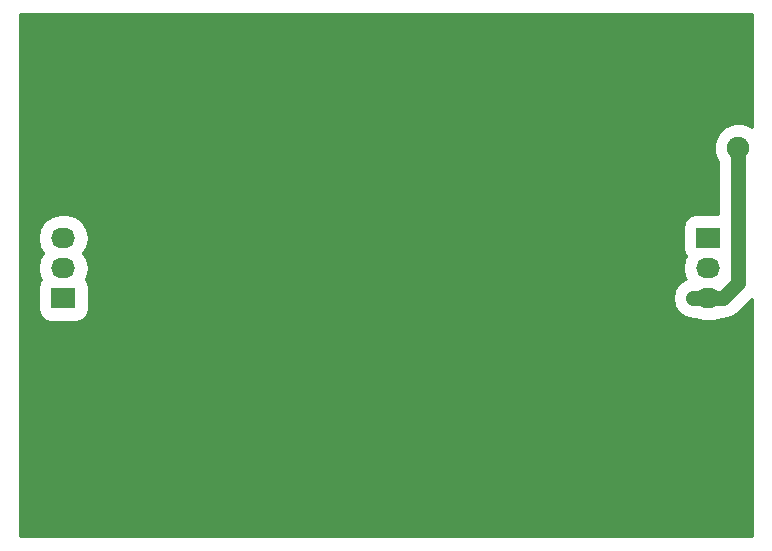
<source format=gbr>
G04 #@! TF.FileFunction,Copper,L2,Bot,Signal*
%FSLAX46Y46*%
G04 Gerber Fmt 4.6, Leading zero omitted, Abs format (unit mm)*
G04 Created by KiCad (PCBNEW 4.0.1-stable) date Tuesday, February 02, 2016 'pmt' 10:50:14 pm*
%MOMM*%
G01*
G04 APERTURE LIST*
%ADD10C,0.100000*%
%ADD11R,2.032000X1.727200*%
%ADD12O,2.032000X1.727200*%
%ADD13C,3.000000*%
%ADD14C,5.000000*%
%ADD15C,1.905000*%
%ADD16C,1.270000*%
%ADD17C,0.254000*%
G04 APERTURE END LIST*
D10*
D11*
X134620000Y-101600000D03*
D12*
X134620000Y-99060000D03*
X134620000Y-96520000D03*
D11*
X189230000Y-96520000D03*
D12*
X189230000Y-99060000D03*
X189230000Y-101600000D03*
D13*
X156210000Y-109220000D03*
X156210000Y-116840000D03*
X167640000Y-116840000D03*
X167640000Y-109220000D03*
X179070000Y-109220000D03*
X179070000Y-116840000D03*
X179070000Y-82550000D03*
X179070000Y-90170000D03*
X167640000Y-90170000D03*
X167640000Y-82550000D03*
X156210000Y-82550000D03*
X156210000Y-90170000D03*
D14*
X133350000Y-119380000D03*
X190500000Y-119380000D03*
X133350000Y-80010000D03*
X190500000Y-80010000D03*
D15*
X191770000Y-88900000D03*
D16*
X189230000Y-101600000D02*
X190500000Y-101600000D01*
X191770000Y-100330000D02*
X191770000Y-88900000D01*
X190500000Y-101600000D02*
X191770000Y-100330000D01*
X189230000Y-101600000D02*
X187960000Y-101600000D01*
D17*
G36*
X192913000Y-87122965D02*
X192185453Y-86820862D01*
X191358177Y-86820140D01*
X190593597Y-87136058D01*
X190008113Y-87720520D01*
X189690862Y-88484547D01*
X189690140Y-89311823D01*
X190006058Y-90076403D01*
X190008000Y-90078348D01*
X190008000Y-94507321D01*
X188214000Y-94507321D01*
X187796359Y-94585906D01*
X187412781Y-94832731D01*
X187155452Y-95209344D01*
X187064921Y-95656400D01*
X187064921Y-97383600D01*
X187143506Y-97801241D01*
X187332436Y-98094848D01*
X187196541Y-98298230D01*
X187045016Y-99060000D01*
X187196541Y-99821770D01*
X187295680Y-99970141D01*
X187285712Y-99972124D01*
X186714078Y-100354078D01*
X186332124Y-100925712D01*
X186198000Y-101600000D01*
X186332124Y-102274288D01*
X186714078Y-102845922D01*
X187285712Y-103227876D01*
X187960000Y-103362000D01*
X188158495Y-103362000D01*
X188273846Y-103439075D01*
X189035616Y-103590600D01*
X189424384Y-103590600D01*
X190186154Y-103439075D01*
X190301505Y-103362000D01*
X190500000Y-103362000D01*
X191174289Y-103227876D01*
X191745922Y-102845922D01*
X192913000Y-101678844D01*
X192913000Y-121793000D01*
X130937000Y-121793000D01*
X130937000Y-96520000D01*
X132435016Y-96520000D01*
X132586541Y-97281770D01*
X132926130Y-97790000D01*
X132586541Y-98298230D01*
X132435016Y-99060000D01*
X132586541Y-99821770D01*
X132724182Y-100027764D01*
X132545452Y-100289344D01*
X132454921Y-100736400D01*
X132454921Y-102463600D01*
X132533506Y-102881241D01*
X132780331Y-103264819D01*
X133156944Y-103522148D01*
X133604000Y-103612679D01*
X135636000Y-103612679D01*
X136053641Y-103534094D01*
X136437219Y-103287269D01*
X136694548Y-102910656D01*
X136785079Y-102463600D01*
X136785079Y-100736400D01*
X136706494Y-100318759D01*
X136517564Y-100025152D01*
X136653459Y-99821770D01*
X136804984Y-99060000D01*
X136653459Y-98298230D01*
X136313870Y-97790000D01*
X136653459Y-97281770D01*
X136804984Y-96520000D01*
X136653459Y-95758230D01*
X136221951Y-95112433D01*
X135576154Y-94680925D01*
X134814384Y-94529400D01*
X134425616Y-94529400D01*
X133663846Y-94680925D01*
X133018049Y-95112433D01*
X132586541Y-95758230D01*
X132435016Y-96520000D01*
X130937000Y-96520000D01*
X130937000Y-77597000D01*
X192913000Y-77597000D01*
X192913000Y-87122965D01*
X192913000Y-87122965D01*
G37*
X192913000Y-87122965D02*
X192185453Y-86820862D01*
X191358177Y-86820140D01*
X190593597Y-87136058D01*
X190008113Y-87720520D01*
X189690862Y-88484547D01*
X189690140Y-89311823D01*
X190006058Y-90076403D01*
X190008000Y-90078348D01*
X190008000Y-94507321D01*
X188214000Y-94507321D01*
X187796359Y-94585906D01*
X187412781Y-94832731D01*
X187155452Y-95209344D01*
X187064921Y-95656400D01*
X187064921Y-97383600D01*
X187143506Y-97801241D01*
X187332436Y-98094848D01*
X187196541Y-98298230D01*
X187045016Y-99060000D01*
X187196541Y-99821770D01*
X187295680Y-99970141D01*
X187285712Y-99972124D01*
X186714078Y-100354078D01*
X186332124Y-100925712D01*
X186198000Y-101600000D01*
X186332124Y-102274288D01*
X186714078Y-102845922D01*
X187285712Y-103227876D01*
X187960000Y-103362000D01*
X188158495Y-103362000D01*
X188273846Y-103439075D01*
X189035616Y-103590600D01*
X189424384Y-103590600D01*
X190186154Y-103439075D01*
X190301505Y-103362000D01*
X190500000Y-103362000D01*
X191174289Y-103227876D01*
X191745922Y-102845922D01*
X192913000Y-101678844D01*
X192913000Y-121793000D01*
X130937000Y-121793000D01*
X130937000Y-96520000D01*
X132435016Y-96520000D01*
X132586541Y-97281770D01*
X132926130Y-97790000D01*
X132586541Y-98298230D01*
X132435016Y-99060000D01*
X132586541Y-99821770D01*
X132724182Y-100027764D01*
X132545452Y-100289344D01*
X132454921Y-100736400D01*
X132454921Y-102463600D01*
X132533506Y-102881241D01*
X132780331Y-103264819D01*
X133156944Y-103522148D01*
X133604000Y-103612679D01*
X135636000Y-103612679D01*
X136053641Y-103534094D01*
X136437219Y-103287269D01*
X136694548Y-102910656D01*
X136785079Y-102463600D01*
X136785079Y-100736400D01*
X136706494Y-100318759D01*
X136517564Y-100025152D01*
X136653459Y-99821770D01*
X136804984Y-99060000D01*
X136653459Y-98298230D01*
X136313870Y-97790000D01*
X136653459Y-97281770D01*
X136804984Y-96520000D01*
X136653459Y-95758230D01*
X136221951Y-95112433D01*
X135576154Y-94680925D01*
X134814384Y-94529400D01*
X134425616Y-94529400D01*
X133663846Y-94680925D01*
X133018049Y-95112433D01*
X132586541Y-95758230D01*
X132435016Y-96520000D01*
X130937000Y-96520000D01*
X130937000Y-77597000D01*
X192913000Y-77597000D01*
X192913000Y-87122965D01*
M02*

</source>
